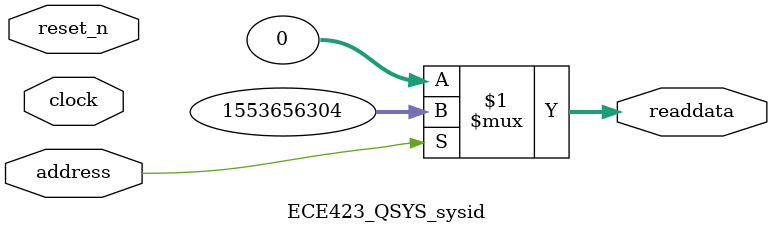
<source format=v>



// synthesis translate_off
`timescale 1ns / 1ps
// synthesis translate_on

// turn off superfluous verilog processor warnings 
// altera message_level Level1 
// altera message_off 10034 10035 10036 10037 10230 10240 10030 

module ECE423_QSYS_sysid (
               // inputs:
                address,
                clock,
                reset_n,

               // outputs:
                readdata
             )
;

  output  [ 31: 0] readdata;
  input            address;
  input            clock;
  input            reset_n;

  wire    [ 31: 0] readdata;
  //control_slave, which is an e_avalon_slave
  assign readdata = address ? 1553656304 : 0;

endmodule




</source>
